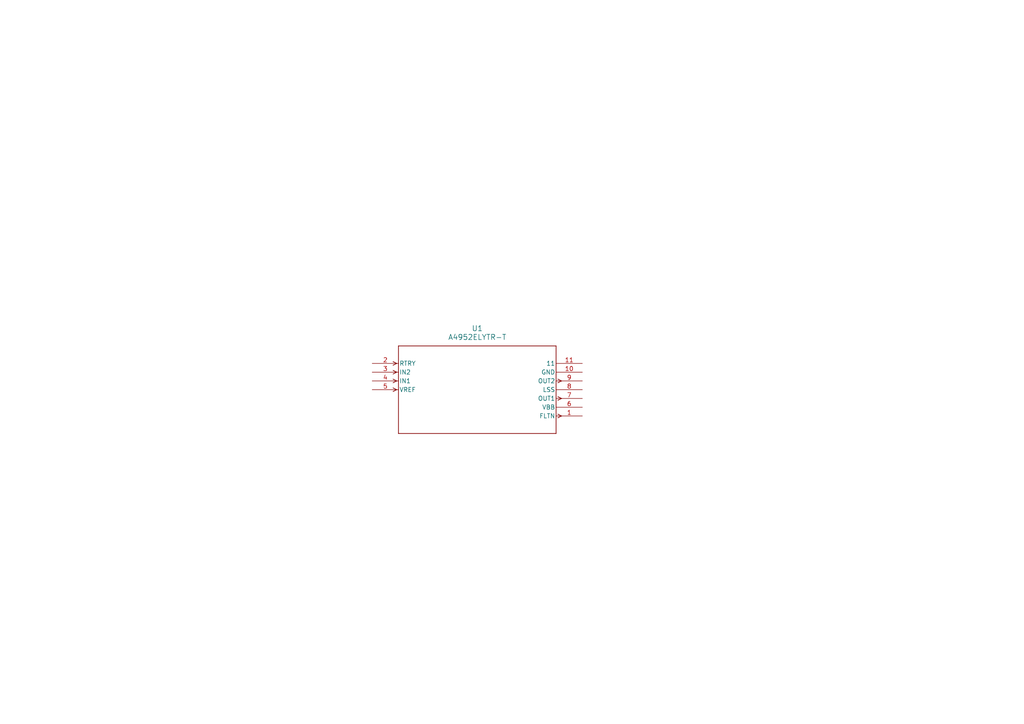
<source format=kicad_sch>
(kicad_sch
	(version 20250114)
	(generator "eeschema")
	(generator_version "9.0")
	(uuid "a1b0e158-317b-4b20-834d-5d4e94c85bab")
	(paper "A4")
	(lib_symbols
		(symbol "A4952ELYTR-T:A4952ELYTR-T"
			(pin_names
				(offset 0.254)
			)
			(exclude_from_sim no)
			(in_bom yes)
			(on_board yes)
			(property "Reference" "U"
				(at 30.48 10.16 0)
				(effects
					(font
						(size 1.524 1.524)
					)
				)
			)
			(property "Value" "A4952ELYTR-T"
				(at 30.48 7.62 0)
				(effects
					(font
						(size 1.524 1.524)
					)
				)
			)
			(property "Footprint" "MSOP-10_ALM"
				(at 0 0 0)
				(effects
					(font
						(size 1.27 1.27)
						(italic yes)
					)
					(hide yes)
				)
			)
			(property "Datasheet" "A4952ELYTR-T"
				(at 0 0 0)
				(effects
					(font
						(size 1.27 1.27)
						(italic yes)
					)
					(hide yes)
				)
			)
			(property "Description" ""
				(at 0 0 0)
				(effects
					(font
						(size 1.27 1.27)
					)
					(hide yes)
				)
			)
			(property "ki_locked" ""
				(at 0 0 0)
				(effects
					(font
						(size 1.27 1.27)
					)
				)
			)
			(property "ki_keywords" "A4952ELYTR-T"
				(at 0 0 0)
				(effects
					(font
						(size 1.27 1.27)
					)
					(hide yes)
				)
			)
			(property "ki_fp_filters" "MSOP-10_ALM"
				(at 0 0 0)
				(effects
					(font
						(size 1.27 1.27)
					)
					(hide yes)
				)
			)
			(symbol "A4952ELYTR-T_0_1"
				(polyline
					(pts
						(xy 7.0993 0) (xy 6.0579 0.5207)
					)
					(stroke
						(width 0.2032)
						(type default)
					)
					(fill
						(type none)
					)
				)
				(polyline
					(pts
						(xy 7.0993 0) (xy 6.0579 -0.5207)
					)
					(stroke
						(width 0.2032)
						(type default)
					)
					(fill
						(type none)
					)
				)
				(polyline
					(pts
						(xy 7.0993 -2.54) (xy 6.0579 -2.0193)
					)
					(stroke
						(width 0.2032)
						(type default)
					)
					(fill
						(type none)
					)
				)
				(polyline
					(pts
						(xy 7.0993 -2.54) (xy 6.0579 -3.0607)
					)
					(stroke
						(width 0.2032)
						(type default)
					)
					(fill
						(type none)
					)
				)
				(polyline
					(pts
						(xy 7.0993 -5.08) (xy 6.0579 -4.5593)
					)
					(stroke
						(width 0.2032)
						(type default)
					)
					(fill
						(type none)
					)
				)
				(polyline
					(pts
						(xy 7.0993 -5.08) (xy 6.0579 -5.6007)
					)
					(stroke
						(width 0.2032)
						(type default)
					)
					(fill
						(type none)
					)
				)
				(polyline
					(pts
						(xy 7.0993 -7.62) (xy 6.0579 -7.0993)
					)
					(stroke
						(width 0.2032)
						(type default)
					)
					(fill
						(type none)
					)
				)
				(polyline
					(pts
						(xy 7.0993 -7.62) (xy 6.0579 -8.1407)
					)
					(stroke
						(width 0.2032)
						(type default)
					)
					(fill
						(type none)
					)
				)
				(polyline
					(pts
						(xy 7.62 5.08) (xy 7.62 -20.32)
					)
					(stroke
						(width 0.2032)
						(type default)
					)
					(fill
						(type none)
					)
				)
				(polyline
					(pts
						(xy 7.62 -20.32) (xy 53.34 -20.32)
					)
					(stroke
						(width 0.2032)
						(type default)
					)
					(fill
						(type none)
					)
				)
				(polyline
					(pts
						(xy 53.34 5.08) (xy 7.62 5.08)
					)
					(stroke
						(width 0.2032)
						(type default)
					)
					(fill
						(type none)
					)
				)
				(polyline
					(pts
						(xy 53.34 -20.32) (xy 53.34 5.08)
					)
					(stroke
						(width 0.2032)
						(type default)
					)
					(fill
						(type none)
					)
				)
				(polyline
					(pts
						(xy 53.8607 -4.5593) (xy 54.9021 -5.08)
					)
					(stroke
						(width 0.2032)
						(type default)
					)
					(fill
						(type none)
					)
				)
				(polyline
					(pts
						(xy 53.8607 -5.6007) (xy 54.9021 -5.08)
					)
					(stroke
						(width 0.2032)
						(type default)
					)
					(fill
						(type none)
					)
				)
				(polyline
					(pts
						(xy 53.8607 -9.6393) (xy 54.9021 -10.16)
					)
					(stroke
						(width 0.2032)
						(type default)
					)
					(fill
						(type none)
					)
				)
				(polyline
					(pts
						(xy 53.8607 -10.6807) (xy 54.9021 -10.16)
					)
					(stroke
						(width 0.2032)
						(type default)
					)
					(fill
						(type none)
					)
				)
				(polyline
					(pts
						(xy 53.8607 -14.7193) (xy 54.9021 -15.24)
					)
					(stroke
						(width 0.2032)
						(type default)
					)
					(fill
						(type none)
					)
				)
				(polyline
					(pts
						(xy 53.8607 -15.7607) (xy 54.9021 -15.24)
					)
					(stroke
						(width 0.2032)
						(type default)
					)
					(fill
						(type none)
					)
				)
				(pin input line
					(at 0 0 0)
					(length 7.62)
					(name "RTRY"
						(effects
							(font
								(size 1.27 1.27)
							)
						)
					)
					(number "2"
						(effects
							(font
								(size 1.27 1.27)
							)
						)
					)
				)
				(pin input line
					(at 0 -2.54 0)
					(length 7.62)
					(name "IN2"
						(effects
							(font
								(size 1.27 1.27)
							)
						)
					)
					(number "3"
						(effects
							(font
								(size 1.27 1.27)
							)
						)
					)
				)
				(pin input line
					(at 0 -5.08 0)
					(length 7.62)
					(name "IN1"
						(effects
							(font
								(size 1.27 1.27)
							)
						)
					)
					(number "4"
						(effects
							(font
								(size 1.27 1.27)
							)
						)
					)
				)
				(pin input line
					(at 0 -7.62 0)
					(length 7.62)
					(name "VREF"
						(effects
							(font
								(size 1.27 1.27)
							)
						)
					)
					(number "5"
						(effects
							(font
								(size 1.27 1.27)
							)
						)
					)
				)
				(pin unspecified line
					(at 60.96 0 180)
					(length 7.62)
					(name "11"
						(effects
							(font
								(size 1.27 1.27)
							)
						)
					)
					(number "11"
						(effects
							(font
								(size 1.27 1.27)
							)
						)
					)
				)
				(pin power_in line
					(at 60.96 -2.54 180)
					(length 7.62)
					(name "GND"
						(effects
							(font
								(size 1.27 1.27)
							)
						)
					)
					(number "10"
						(effects
							(font
								(size 1.27 1.27)
							)
						)
					)
				)
				(pin output line
					(at 60.96 -5.08 180)
					(length 7.62)
					(name "OUT2"
						(effects
							(font
								(size 1.27 1.27)
							)
						)
					)
					(number "9"
						(effects
							(font
								(size 1.27 1.27)
							)
						)
					)
				)
				(pin unspecified line
					(at 60.96 -7.62 180)
					(length 7.62)
					(name "LSS"
						(effects
							(font
								(size 1.27 1.27)
							)
						)
					)
					(number "8"
						(effects
							(font
								(size 1.27 1.27)
							)
						)
					)
				)
				(pin output line
					(at 60.96 -10.16 180)
					(length 7.62)
					(name "OUT1"
						(effects
							(font
								(size 1.27 1.27)
							)
						)
					)
					(number "7"
						(effects
							(font
								(size 1.27 1.27)
							)
						)
					)
				)
				(pin power_in line
					(at 60.96 -12.7 180)
					(length 7.62)
					(name "VBB"
						(effects
							(font
								(size 1.27 1.27)
							)
						)
					)
					(number "6"
						(effects
							(font
								(size 1.27 1.27)
							)
						)
					)
				)
				(pin output line
					(at 60.96 -15.24 180)
					(length 7.62)
					(name "FLTN"
						(effects
							(font
								(size 1.27 1.27)
							)
						)
					)
					(number "1"
						(effects
							(font
								(size 1.27 1.27)
							)
						)
					)
				)
			)
			(embedded_fonts no)
		)
	)
	(symbol
		(lib_id "A4952ELYTR-T:A4952ELYTR-T")
		(at 107.95 105.41 0)
		(unit 1)
		(exclude_from_sim no)
		(in_bom yes)
		(on_board yes)
		(dnp no)
		(fields_autoplaced yes)
		(uuid "940e0f32-7502-4591-b30b-430b6422bccf")
		(property "Reference" "U1"
			(at 138.43 95.25 0)
			(effects
				(font
					(size 1.524 1.524)
				)
			)
		)
		(property "Value" "A4952ELYTR-T"
			(at 138.43 97.79 0)
			(effects
				(font
					(size 1.524 1.524)
				)
			)
		)
		(property "Footprint" "MSOP-10_ALM:MSOP-10_ALM"
			(at 107.95 105.41 0)
			(effects
				(font
					(size 1.27 1.27)
					(italic yes)
				)
				(hide yes)
			)
		)
		(property "Datasheet" "A4952ELYTR-T"
			(at 107.95 105.41 0)
			(effects
				(font
					(size 1.27 1.27)
					(italic yes)
				)
				(hide yes)
			)
		)
		(property "Description" ""
			(at 107.95 105.41 0)
			(effects
				(font
					(size 1.27 1.27)
				)
				(hide yes)
			)
		)
		(pin "6"
			(uuid "4c293312-2ab2-4bfa-9aae-afc24381e58f")
		)
		(pin "2"
			(uuid "a7edf496-381c-455b-bb43-96713b1e780f")
		)
		(pin "4"
			(uuid "ecb7b429-9095-487d-b9e0-085c572f2d73")
		)
		(pin "11"
			(uuid "e1a84347-29f6-4f64-922b-64e64c993e3b")
		)
		(pin "9"
			(uuid "064d0c3d-1ae1-4249-8ade-4cbdce5445fc")
		)
		(pin "7"
			(uuid "aea58ab9-c478-4cf0-aa42-d67291fdc8eb")
		)
		(pin "3"
			(uuid "49f97238-9a35-467a-add9-9e9b24a90eff")
		)
		(pin "5"
			(uuid "ea74c168-029c-4983-be71-6aa0d27763c6")
		)
		(pin "10"
			(uuid "d29957a8-6dd8-4153-99c8-48a613ae221d")
		)
		(pin "8"
			(uuid "3f01de2c-2535-4494-b915-91e157e3e76c")
		)
		(pin "1"
			(uuid "01f10ece-e510-4832-846a-11b22b5df522")
		)
		(instances
			(project "Canvi_David"
				(path "/1d78825e-432c-419e-a5f0-c57f77cfecbe/5b7a31a5-51aa-40b4-b8ba-bbc44223b822"
					(reference "U1")
					(unit 1)
				)
				(path "/1d78825e-432c-419e-a5f0-c57f77cfecbe/b30dc938-6df7-45b4-9688-fa4b143b3743"
					(reference "U1")
					(unit 1)
				)
				(path "/1d78825e-432c-419e-a5f0-c57f77cfecbe/ba7396a4-0e2f-47e5-9c7c-a6a3b315dab3"
					(reference "U1")
					(unit 1)
				)
			)
		)
	)
)

</source>
